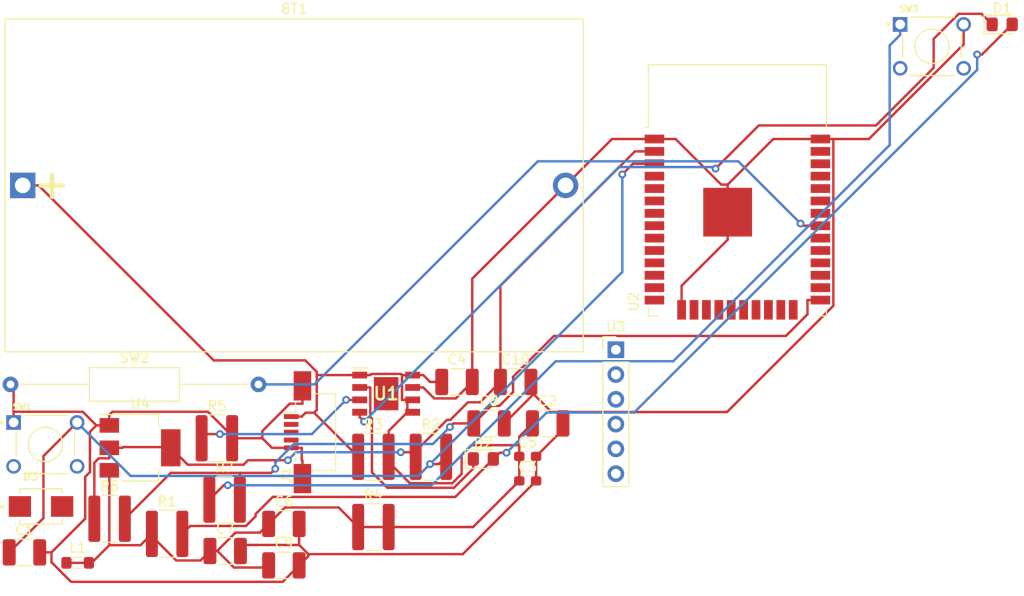
<source format=kicad_pcb>
(kicad_pcb (version 20211014) (generator pcbnew)
  (layers (0 "F.Cu" signal) (31 "B.Cu" signal) (34 "B.Paste" user) (35 "F.Paste" user) (36 "B.SilkS" user "B.Silkscreen") (37 "F.SilkS" user "F.Silkscreen") (38 "B.Mask" user) (39 "F.Mask" user) (44 "Edge.Cuts" user))
  (net 0 "")
  (net 1 "+5V")
  (net 2 "GND")
  (net 3 "/RESET")
  (net 4 "/GPIO0")
  (net 5 "+3V3")
  (net 6 "Net-(D1-Pad1)")
  (net 7 "Net-(D1-Pad2)")
  (net 8 "Net-(D2-Pad1)")
  (net 9 "/D-")
  (net 10 "/D+")
  (net 12 "Net-(R5-Pad1)")
  (net 13 "Net-(R7-Pad1)")
  (net 14 "Net-(SW2-Pad2)")
  (net 42 "RX_D0")
  (net 43 "TX_D0")
  (footprint "Battery:BatteryHolder_Bulgin_BX0036_1xC" (layer "F.Cu") (at 91.44 81.28)
    (fp_text reference "BT1" (at 27.8 -18.1) (layer "F.SilkS"))
    (fp_text value "Battery_Cell")
    (fp_text user "+" (at 3 -0.2) (layer "F.SilkS") (effects (font (size 3 3) (thickness 0.45))))
    (fp_line (start 57.41 -17.06) (end 57.41 17.06) (layer "F.SilkS") (width 0.12))
    (fp_line (start -1.81 -17.06) (end -1.81 17.06) (layer "F.SilkS") (width 0.12))
    (fp_line (start -1.81 17.06) (end 57.41 17.06) (layer "F.SilkS") (width 0.12))
    (fp_line (start -1.81 -17.06) (end 57.41 -17.06) (layer "F.SilkS") (width 0.12))
    (pad "" np_thru_hole circle (at 43.7 0) (size 3.8 3.8) (drill 3.8) (layers *.Cu *.Mask))
    (pad "" np_thru_hole circle (at 11.9 0) (size 3.8 3.8) (drill 3.8) (layers *.Cu *.Mask))
    (pad "1" thru_hole rect (at 0 0) (size 2.6 2.6) (drill 1.6) (layers *.Cu *.Mask) (net 1 "+5V"))
    (pad "2" thru_hole circle (at 55.6 0) (size 2.6 2.6) (drill 1.6) (layers *.Cu *.Mask) (net 2 "GND"))
  )
  (footprint "Connector_PinHeader_2.54mm:PinHeader_1x06_P2.54mm_Vertical" (layer "F.Cu") (at 152.19 98.13)
    (fp_text reference "U3" (at 0 -2.33) (layer "F.SilkS"))
    (fp_text value "FT232")
    (fp_line (start -1.33 0) (end -1.33 -1.33) (layer "F.SilkS") (width 0.12))
    (fp_line (start -1.33 14.03) (end 1.33 14.03) (layer "F.SilkS") (width 0.12))
    (fp_line (start -1.33 -1.33) (end 0 -1.33) (layer "F.SilkS") (width 0.12))
    (fp_line (start -1.33 1.27) (end -1.33 14.03) (layer "F.SilkS") (width 0.12))
    (fp_line (start -1.33 1.27) (end 1.33 1.27) (layer "F.SilkS") (width 0.12))
    (fp_line (start 1.33 1.27) (end 1.33 14.03) (layer "F.SilkS") (width 0.12))
    (pad "1" thru_hole rect (at 0 0) (size 1.7 1.7) (drill 1) (layers *.Cu *.Mask))
    (pad "2" thru_hole oval (at 0 2.54) (size 1.7 1.7) (drill 1) (layers *.Cu *.Mask))
    (pad "3" thru_hole oval (at 0 5.08) (size 1.7 1.7) (drill 1) (layers *.Cu *.Mask))
    (pad "4" thru_hole oval (at 0 7.62) (size 1.7 1.7) (drill 1) (layers *.Cu *.Mask))
    (pad "5" thru_hole oval (at 0 10.16) (size 1.7 1.7) (drill 1) (layers *.Cu *.Mask))
    (pad "6" thru_hole oval (at 0 12.7) (size 1.7 1.7) (drill 1) (layers *.Cu *.Mask))
  )
  (footprint "Resistor_SMD:R_1218_3246Metric_Pad1.22x4.75mm_HandSolder" (layer "F.Cu") (at 100.34 115.45)
    (fp_text reference "R6" (at 0 -3.32) (layer "F.SilkS"))
    (fp_text value "10k")
    (fp_line (start -0.777064 -2.41) (end 0.777064 -2.41) (layer "F.SilkS") (width 0.12))
    (fp_line (start -0.777064 2.41) (end 0.777064 2.41) (layer "F.SilkS") (width 0.12))
    (pad "1" smd roundrect (at -1.5625 0) (size 1.225 4.75) (layers "F.Cu" "F.Paste" "F.Mask") (roundrect_rratio 0.204082) (net 5 "+3V3"))
    (pad "2" smd roundrect (at 1.5625 0) (size 1.225 4.75) (layers "F.Cu" "F.Paste" "F.Mask") (roundrect_rratio 0.204082) (net 4 "/GPIO0"))
  )
  (footprint "Button_1825910-6:SW_1825910-6-4" (layer "F.Cu") (at 93.76 107.83)
    (fp_text reference "SW1" (at -2.3627 -3.844398) (layer "F.SilkS") (effects (font (size 0.630643 0.630643))))
    (fp_text value "SW_Push")
    (fp_line (start 3 -1.15) (end 3 1.15) (layer "F.SilkS") (width 0.127))
    (fp_line (start -2.995 -1.15) (end -2.995 1.15) (layer "F.SilkS") (width 0.127))
    (fp_line (start 2.3 2.995) (end -2.3 2.995) (layer "F.SilkS") (width 0.127))
    (fp_line (start -2.2 -2.995) (end 2.3 -2.995) (layer "F.SilkS") (width 0.127))
    (fp_circle (center 0 0) (end 1.755 0) (layer "F.SilkS") (width 0.127) (fill none))
    (fp_circle (center -4.445 -2.25) (end -4.345 -2.25) (layer "F.SilkS") (width 0.2) (fill none))
    (pad "1" thru_hole rect locked (at -3.25 -2.25) (size 1.498 1.498) (drill 0.99) (layers *.Cu *.Mask) (net 2 "GND"))
    (pad "2" thru_hole circle locked (at 3.25 -2.25) (size 1.498 1.498) (drill 0.99) (layers *.Cu *.Mask) (net 3 "/RESET"))
    (pad "3" thru_hole circle locked (at -3.25 2.25) (size 1.498 1.498) (drill 0.99) (layers *.Cu *.Mask))
    (pad "4" thru_hole circle locked (at 3.25 2.25) (size 1.498 1.498) (drill 0.99) (layers *.Cu *.Mask))
  )
  (footprint "Connector_USB:USB_Mini-B_AdamTech_MUSB-B5-S-VT-TSMT-1_SMD_Vertical" (layer "F.Cu") (at 120.54 106.58)
    (fp_text reference "J1" (at -2.18 4.39 90) (layer "F.SilkS"))
    (fp_text value "USB_B_Mini")
    (fp_line (start 2.95 -3.95) (end 0.65 -3.95) (layer "F.SilkS") (width 0.1))
    (fp_line (start -1.138539 2.064476) (end -1.138539 3.064476) (layer "F.SilkS") (width 0.1))
    (fp_line (start -1.15 -2.05) (end -1.15 -3.05) (layer "F.SilkS") (width 0.1))
    (fp_line (start 0.65 3.95) (end 2.95 3.95) (layer "F.SilkS") (width 0.1))
    (fp_line (start -2.2 -2.05) (end -1.15 -2.05) (layer "F.SilkS") (width 0.1))
    (fp_line (start 2.95 3.95) (end 2.95 -3.95) (layer "F.SilkS") (width 0.1))
    (pad "" np_thru_hole circle (at 1.85 3 90) (size 1 1) (drill 1) (layers *.Cu *.Mask))
    (pad "" np_thru_hole circle (at 1.85 -3 90) (size 1 1) (drill 1) (layers *.Cu *.Mask))
    (pad "1" smd rect (at -1.6 -1.6 90) (size 0.5 1.5) (layers "F.Cu" "F.Paste" "F.Mask") (net 1 "+5V"))
    (pad "2" smd rect (at -1.6 -0.8 90) (size 0.5 1.5) (layers "F.Cu" "F.Paste" "F.Mask") (net 9 "/D-"))
    (pad "3" smd rect (at -1.6 0 90) (size 0.5 1.5) (layers "F.Cu" "F.Paste" "F.Mask") (net 10 "/D+"))
    (pad "4" smd rect (at -1.6 0.8 90) (size 0.5 1.5) (layers "F.Cu" "F.Paste" "F.Mask"))
    (pad "5" smd rect (at -1.6 1.6 90) (size 0.5 1.5) (layers "F.Cu" "F.Paste" "F.Mask") (net 2 "GND"))
    (pad "6" smd rect (at -0.45 -4.75 90) (size 3 1.8) (layers "F.Cu" "F.Paste" "F.Mask") (net 2 "GND"))
    (pad "6" smd rect (at -0.45 4.75 90) (size 3 1.8) (layers "F.Cu" "F.Paste" "F.Mask") (net 2 "GND"))
  )
  (footprint "Button_1825910-6:SW_1825910-6-4" (layer "F.Cu") (at 184.56 67.03)
    (fp_text reference "SW3" (at -2.3627 -3.844398) (layer "F.SilkS") (effects (font (size 0.630643 0.630643))))
    (fp_text value "SW_Push")
    (fp_line (start 3 -1.15) (end 3 1.15) (layer "F.SilkS") (width 0.127))
    (fp_line (start 2.3 2.995) (end -2.3 2.995) (layer "F.SilkS") (width 0.127))
    (fp_line (start -2.2 -2.995) (end 2.3 -2.995) (layer "F.SilkS") (width 0.127))
    (fp_line (start -2.995 -1.15) (end -2.995 1.15) (layer "F.SilkS") (width 0.127))
    (fp_circle (center 0 0) (end 1.755 0) (layer "F.SilkS") (width 0.127) (fill none))
    (fp_circle (center -4.445 -2.25) (end -4.345 -2.25) (layer "F.SilkS") (width 0.2) (fill none))
    (pad "1" thru_hole rect locked (at -3.25 -2.25) (size 1.498 1.498) (drill 0.99) (layers *.Cu *.Mask) (net 13 "Net-(R7-Pad1)"))
    (pad "2" thru_hole circle locked (at 3.25 -2.25) (size 1.498 1.498) (drill 0.99) (layers *.Cu *.Mask) (net 2 "GND"))
    (pad "3" thru_hole circle locked (at -3.25 2.25) (size 1.498 1.498) (drill 0.99) (layers *.Cu *.Mask))
    (pad "4" thru_hole circle locked (at 3.25 2.25) (size 1.498 1.498) (drill 0.99) (layers *.Cu *.Mask))
  )
  (footprint "Package_TO_SOT_SMD:SOT-223-3_TabPin2" (layer "F.Cu") (at 103.46 108.18)
    (fp_text reference "U4" (at 0 -4.5) (layer "F.SilkS"))
    (fp_text value "AMS1117-3.3")
    (fp_line (start -1.85 3.41) (end 1.91 3.41) (layer "F.SilkS") (width 0.12))
    (fp_line (start -4.1 -3.41) (end 1.91 -3.41) (layer "F.SilkS") (width 0.12))
    (fp_line (start 1.91 -3.41) (end 1.91 -2.15) (layer "F.SilkS") (width 0.12))
    (fp_line (start 1.91 3.41) (end 1.91 2.15) (layer "F.SilkS") (width 0.12))
    (pad "1" smd rect (at -3.15 -2.3) (size 2 1.5) (layers "F.Cu" "F.Paste" "F.Mask") (net 2 "GND"))
    (pad "2" smd rect (at 3.15 0) (size 2 3.8) (layers "F.Cu" "F.Paste" "F.Mask") (net 5 "+3V3"))
    (pad "2" smd rect (at -3.15 0) (size 2 1.5) (layers "F.Cu" "F.Paste" "F.Mask") (net 5 "+3V3"))
    (pad "3" smd rect (at -3.15 2.3) (size 2 1.5) (layers "F.Cu" "F.Paste" "F.Mask") (net 1 "+5V"))
  )
  (footprint "Resistor_SMD:R_1218_3246Metric_Pad1.22x4.75mm_HandSolder" (layer "F.Cu") (at 133.25 109.1)
    (fp_text reference "R2" (at 0 -3.32) (layer "F.SilkS"))
    (fp_text value "10k")
    (fp_line (start -0.777064 2.41) (end 0.777064 2.41) (layer "F.SilkS") (width 0.12))
    (fp_line (start -0.777064 -2.41) (end 0.777064 -2.41) (layer "F.SilkS") (width 0.12))
    (pad "1" smd roundrect (at -1.5625 0) (size 1.225 4.75) (layers "F.Cu" "F.Paste" "F.Mask") (roundrect_rratio 0.204082) (net 5 "+3V3"))
    (pad "2" smd roundrect (at 1.5625 0) (size 1.225 4.75) (layers "F.Cu" "F.Paste" "F.Mask") (roundrect_rratio 0.204082) (net 3 "/RESET"))
  )
  (footprint "Capacitor_SMD:C_1210_3225Metric_Pad1.33x2.70mm_HandSolder" (layer "F.Cu") (at 118.19 120.23)
    (fp_text reference "C9" (at 0 -2.3) (layer "F.SilkS"))
    (fp_text value "10u")
    (fp_line (start -0.711252 1.36) (end 0.711252 1.36) (layer "F.SilkS") (width 0.12))
    (fp_line (start -0.711252 -1.36) (end 0.711252 -1.36) (layer "F.SilkS") (width 0.12))
    (pad "1" smd roundrect (at -1.5625 0) (size 1.325 2.7) (layers "F.Cu" "F.Paste" "F.Mask") (roundrect_rratio 0.188679) (net 1 "+5V"))
    (pad "2" smd roundrect (at 1.5625 0) (size 1.325 2.7) (layers "F.Cu" "F.Paste" "F.Mask") (roundrect_rratio 0.188679) (net 2 "GND"))
  )
  (footprint "Capacitor_SMD:C_1210_3225Metric_Pad1.33x2.70mm_HandSolder" (layer "F.Cu") (at 135.92 101.43)
    (fp_text reference "C4" (at 0 -2.3) (layer "F.SilkS"))
    (fp_text value "22u")
    (fp_line (start -0.711252 1.36) (end 0.711252 1.36) (layer "F.SilkS") (width 0.12))
    (fp_line (start -0.711252 -1.36) (end 0.711252 -1.36) (layer "F.SilkS") (width 0.12))
    (pad "1" smd roundrect (at -1.5625 0) (size 1.325 2.7) (layers "F.Cu" "F.Paste" "F.Mask") (roundrect_rratio 0.188679) (net 1 "+5V"))
    (pad "2" smd roundrect (at 1.5625 0) (size 1.325 2.7) (layers "F.Cu" "F.Paste" "F.Mask") (roundrect_rratio 0.188679) (net 2 "GND"))
  )
  (footprint "KiCad:TP5410" (layer "F.Cu") (at 128.665 102.63)
    (fp_text reference "U1" (at 0 0) (layer "F.SilkS") (effects (font (size 1.27 1.27) (thickness 0.254))))
    (fp_text value "Tp5400" hide)
    (fp_line (start -3.475 -2.605) (end -1.95 -2.605) (layer "F.SilkS") (width 0.2))
    (pad "1" smd rect locked (at -2.712 -1.905 90) (size 0.7 1.525) (layers "F.Cu" "F.Paste" "F.Mask") (net 1 "+5V"))
    (pad "2" smd rect locked (at -2.712 -0.635 90) (size 0.7 1.525) (layers "F.Cu" "F.Paste" "F.Mask") (net 8 "Net-(D2-Pad1)"))
    (pad "3" smd rect locked (at -2.712 0.635 90) (size 0.7 1.525) (layers "F.Cu" "F.Paste" "F.Mask") (net 12 "Net-(R5-Pad1)"))
    (pad "4" smd rect locked (at -2.712 1.905 90) (size 0.7 1.525) (layers "F.Cu" "F.Paste" "F.Mask") (net 6 "Net-(D1-Pad1)"))
    (pad "5" smd rect locked (at 2.712 1.905 90) (size 0.7 1.525) (layers "F.Cu" "F.Paste" "F.Mask") (net 1 "+5V"))
    (pad "6" smd rect locked (at 2.712 0.635 90) (size 0.7 1.525) (layers "F.Cu" "F.Paste" "F.Mask") (net 1 "+5V"))
    (pad "7" smd rect locked (at 2.712 -0.635 90) (size 0.7 1.525) (layers "F.Cu" "F.Paste" "F.Mask") (net 2 "GND"))
    (pad "8" smd rect locked (at 2.712 -1.905 90) (size 0.7 1.525) (layers "F.Cu" "F.Paste" "F.Mask") (net 1 "+5V"))
    (pad "9" smd rect locked (at 0 0) (size 2.513 3.402) (layers "F.Cu" "F.Paste" "F.Mask"))
  )
  (footprint "RF_Module:ESP32-WROOM-32" (layer "F.Cu") (at 164.64 84.78)
    (fp_text reference "U2" (at -10.61 8.43 90) (layer "F.SilkS"))
    (fp_text value "ESP32-WROOM-32")
    (fp_line (start -9.12 -15.865) (end 9.12 -15.865) (layer "F.SilkS") (width 0.12))
    (fp_line (start 9.12 9.88) (end 8.12 9.88) (layer "F.SilkS") (width 0.12))
    (fp_line (start 9.12 -15.865) (end 9.12 -9.445) (layer "F.SilkS") (width 0.12))
    (fp_line (start -9.12 -15.865) (end -9.12 -9.445) (layer "F.SilkS") (width 0.12))
    (fp_line (start -9.12 9.1) (end -9.12 9.88) (layer "F.SilkS") (width 0.12))
    (fp_line (start -9.12 -9.445) (end -9.5 -9.445) (layer "F.SilkS") (width 0.12))
    (fp_line (start -9.12 9.88) (end -8.12 9.88) (layer "F.SilkS") (width 0.12))
    (fp_line (start 9.12 9.1) (end 9.12 9.88) (layer "F.SilkS") (width 0.12))
    (pad "1" smd rect (at -8.5 -8.255) (size 2 0.9) (layers "F.Cu" "F.Paste" "F.Mask") (net 2 "GND"))
    (pad "2" smd rect (at -8.5 -6.985) (size 2 0.9) (layers "F.Cu" "F.Paste" "F.Mask") (net 5 "+3V3"))
    (pad "3" smd rect (at -8.5 -5.715) (size 2 0.9) (layers "F.Cu" "F.Paste" "F.Mask") (net 3 "/RESET"))
    (pad "4" smd rect (at -8.5 -4.445) (size 2 0.9) (layers "F.Cu" "F.Paste" "F.Mask"))
    (pad "5" smd rect (at -8.5 -3.175) (size 2 0.9) (layers "F.Cu" "F.Paste" "F.Mask"))
    (pad "6" smd rect (at -8.5 -1.905) (size 2 0.9) (layers "F.Cu" "F.Paste" "F.Mask"))
    (pad "7" smd rect (at -8.5 -0.635) (size 2 0.9) (layers "F.Cu" "F.Paste" "F.Mask"))
    (pad "8" smd rect (at -8.5 0.635) (size 2 0.9) (layers "F.Cu" "F.Paste" "F.Mask"))
    (pad "9" smd rect (at -8.5 1.905) (size 2 0.9) (layers "F.Cu" "F.Paste" "F.Mask"))
    (pad "10" smd rect (at -8.5 3.175) (size 2 0.9) (layers "F.Cu" "F.Paste" "F.Mask"))
    (pad "11" smd rect (at -8.5 4.445) (size 2 0.9) (layers "F.Cu" "F.Paste" "F.Mask"))
    (pad "12" smd rect (at -8.5 5.715) (size 2 0.9) (layers "F.Cu" "F.Paste" "F.Mask"))
    (pad "13" smd rect (at -8.5 6.985) (size 2 0.9) (layers "F.Cu" "F.Paste" "F.Mask"))
    (pad "14" smd rect (at -8.5 8.255) (size 2 0.9) (layers "F.Cu" "F.Paste" "F.Mask"))
    (pad "15" smd rect (at -5.715 9.255 90) (size 2 0.9) (layers "F.Cu" "F.Paste" "F.Mask") (net 2 "GND"))
    (pad "16" smd rect (at -4.445 9.255 90) (size 2 0.9) (layers "F.Cu" "F.Paste" "F.Mask"))
    (pad "17" smd rect (at -3.175 9.255 90) (size 2 0.9) (layers "F.Cu" "F.Paste" "F.Mask"))
    (pad "18" smd rect (at -1.905 9.255 90) (size 2 0.9) (layers "F.Cu" "F.Paste" "F.Mask"))
    (pad "19" smd rect (at -0.635 9.255 90) (size 2 0.9) (layers "F.Cu" "F.Paste" "F.Mask"))
    (pad "20" smd rect (at 0.635 9.255 90) (size 2 0.9) (layers "F.Cu" "F.Paste" "F.Mask"))
    (pad "21" smd rect (at 1.905 9.255 90) (size 2 0.9) (layers "F.Cu" "F.Paste" "F.Mask"))
    (pad "22" smd rect (at 3.175 9.255 90) (size 2 0.9) (layers "F.Cu" "F.Paste" "F.Mask"))
    (pad "23" smd rect (at 4.445 9.255 90) (size 2 0.9) (layers "F.Cu" "F.Paste" "F.Mask"))
    (pad "24" smd rect (at 5.715 9.255 90) (size 2 0.9) (layers "F.Cu" "F.Paste" "F.Mask"))
    (pad "25" smd rect (at 8.5 8.255) (size 2 0.9) (layers "F.Cu" "F.Paste" "F.Mask") (net 4 "/GPIO0"))
    (pad "26" smd rect (at 8.5 6.985) (size 2 0.9) (layers "F.Cu" "F.Paste" "F.Mask"))
    (pad "27" smd rect (at 8.5 5.715) (size 2 0.9) (layers "F.Cu" "F.Paste" "F.Mask"))
    (pad "28" smd rect (at 8.5 4.445) (size 2 0.9) (layers "F.Cu" "F.Paste" "F.Mask"))
    (pad "29" smd rect (at 8.5 3.175) (size 2 0.9) (layers "F.Cu" "F.Paste" "F.Mask"))
    (pad "30" smd rect (at 8.5 1.905) (size 2 0.9) (layers "F.Cu" "F.Paste" "F.Mask"))
    (pad "31" smd rect (at 8.5 0.635) (size 2 0.9) (layers "F.Cu" "F.Paste" "F.Mask") (net 14 "Net-(SW2-Pad2)"))
    (pad "32" smd rect (at 8.5 -0.635) (size 2 0.9) (layers "F.Cu" "F.Paste" "F.Mask"))
    (pad "33" smd rect (at 8.5 -1.905) (size 2 0.9) (layers "F.Cu" "F.Paste" "F.Mask"))
    (pad "34" smd rect (at 8.5 -3.175) (size 2 0.9) (layers "F.Cu" "F.Paste" "F.Mask") (net 42 "RX_D0"))
    (pad "35" smd rect (at 8.5 -4.445) (size 2 0.9) (layers "F.Cu" "F.Paste" "F.Mask") (net 43 "TX_D0"))
    (pad "36" smd rect (at 8.5 -5.715) (size 2 0.9) (layers "F.Cu" "F.Paste" "F.Mask"))
    (pad "37" smd rect (at 8.5 -6.985) (size 2 0.9) (layers "F.Cu" "F.Paste" "F.Mask"))
    (pad "38" smd rect (at 8.5 -8.255) (size 2 0.9) (layers "F.Cu" "F.Paste" "F.Mask") (net 2 "GND"))
    (pad "39" smd rect (at -1 -0.755) (size 5 5) (layers "F.Cu" "F.Paste" "F.Mask") (net 2 "GND"))
  )
  (footprint "LED_SMD:LED_0805_2012Metric_Pad1.15x1.40mm_HandSolder" (layer "F.Cu") (at 191.755 64.775)
    (fp_text reference "D1" (at 0 -1.65) (layer "F.SilkS"))
    (fp_text value "Green")
    (fp_line (start 1 -0.96) (end -1.86 -0.96) (layer "F.SilkS") (width 0.12))
    (fp_line (start -1.86 -0.96) (end -1.86 0.96) (layer "F.SilkS") (width 0.12))
    (fp_line (start -1.86 0.96) (end 1 0.96) (layer "F.SilkS") (width 0.12))
    (pad "1" smd roundrect (at -1.025 0) (size 1.15 1.4) (layers "F.Cu" "F.Paste" "F.Mask") (roundrect_rratio 0.217391) (net 6 "Net-(D1-Pad1)"))
    (pad "2" smd roundrect (at 1.025 0) (size 1.15 1.4) (layers "F.Cu" "F.Paste" "F.Mask") (roundrect_rratio 0.217391) (net 7 "Net-(D1-Pad2)"))
  )
  (footprint "Capacitor_SMD:C_0603_1608Metric_Pad1.08x0.95mm_HandSolder" (layer "F.Cu") (at 143.16 109.06)
    (fp_text reference "C5" (at 0 -1.43) (layer "F.SilkS"))
    (fp_text value "0.1u")
    (fp_line (start -0.146267 -0.51) (end 0.146267 -0.51) (layer "F.SilkS") (width 0.12))
    (fp_line (start -0.146267 0.51) (end 0.146267 0.51) (layer "F.SilkS") (width 0.12))
    (pad "1" smd roundrect (at -0.8625 0) (size 1.075 0.95) (layers "F.Cu" "F.Paste" "F.Mask") (net 1 "+5V"))
    (pad "2" smd roundrect (at 0.8625 0) (size 1.075 0.95) (layers "F.Cu" "F.Paste" "F.Mask") (net 2 "GND"))
  )
  (footprint "Capacitor_SMD:C_1210_3225Metric_Pad1.33x2.70mm_HandSolder" (layer "F.Cu") (at 139.2 105.68)
    (fp_text reference "C8" (at 0 -2.3) (layer "F.SilkS"))
    (fp_text value "100n")
    (fp_line (start -0.711252 1.36) (end 0.711252 1.36) (layer "F.SilkS") (width 0.12))
    (fp_line (start -0.711252 -1.36) (end 0.711252 -1.36) (layer "F.SilkS") (width 0.12))
    (pad "1" smd roundrect (at -1.5625 0) (size 1.325 2.7) (layers "F.Cu" "F.Paste" "F.Mask") (roundrect_rratio 0.188679) (net 4 "/GPIO0"))
    (pad "2" smd roundrect (at 1.5625 0) (size 1.325 2.7) (layers "F.Cu" "F.Paste" "F.Mask") (roundrect_rratio 0.188679) (net 2 "GND"))
  )
  (footprint "Resistor_SMD:R_1218_3246Metric_Pad1.22x4.75mm_HandSolder" (layer "F.Cu") (at 111.33 107.2)
    (fp_text reference "R5" (at 0 -3.32) (layer "F.SilkS"))
    (fp_text value "1.1k")
    (fp_line (start -0.777064 2.41) (end 0.777064 2.41) (layer "F.SilkS") (width 0.12))
    (fp_line (start -0.777064 -2.41) (end 0.777064 -2.41) (layer "F.SilkS") (width 0.12))
    (pad "1" smd roundrect (at -1.5625 0) (size 1.225 4.75) (layers "F.Cu" "F.Paste" "F.Mask") (roundrect_rratio 0.204082) (net 12 "Net-(R5-Pad1)"))
    (pad "2" smd roundrect (at 1.5625 0) (size 1.225 4.75) (layers "F.Cu" "F.Paste" "F.Mask") (roundrect_rratio 0.204082) (net 2 "GND"))
  )
  (footprint "SMBJ5383B:SMBJ5383B" (layer "F.Cu") (at 93.315 114.1925)
    (fp_text reference "D3" (at -1.055 -3.0625) (layer "F.SilkS") (effects (font (size 0.787402 0.787402))))
    (fp_text value "DIOM4336X265N")
    (fp_line (start -2.1625 1.8125) (end 2.1625 1.8125) (layer "F.SilkS") (width 0.127))
    (fp_line (start 2.1625 -1.8125) (end -2.1625 -1.8125) (layer "F.SilkS") (width 0.127))
    (fp_line (start -2.1625 -1.8125) (end -2.1625 -1.38) (layer "F.SilkS") (width 0.127))
    (fp_line (start -2.1625 1.8125) (end -2.1625 1.38) (layer "F.SilkS") (width 0.127))
    (fp_line (start 2.1625 -1.38) (end 2.1625 -1.8125) (layer "F.SilkS") (width 0.127))
    (fp_line (start 2.1625 1.8125) (end 2.1625 1.38) (layer "F.SilkS") (width 0.127))
    (fp_circle (center -4 0) (end -3.9 0) (layer "F.SilkS") (width 0.2) (fill none))
    (pad "A" smd rect locked (at 2.165 0) (size 2.28 2.12) (layers "F.Cu" "F.Paste" "F.Mask"))
    (pad "C" smd rect locked (at -2.165 0) (size 2.28 2.12) (layers "F.Cu" "F.Paste" "F.Mask"))
  )
  (footprint "LED_SMD:LED_0805_2012Metric_Pad1.15x1.40mm_HandSolder" (layer "F.Cu") (at 138.615 109.325)
    (fp_text reference "D2" (at 0 -1.65) (layer "F.SilkS"))
    (fp_text value "Red")
    (fp_line (start -1.86 0.96) (end 1 0.96) (layer "F.SilkS") (width 0.12))
    (fp_line (start -1.86 -0.96) (end -1.86 0.96) (layer "F.SilkS") (width 0.12))
    (fp_line (start 1 -0.96) (end -1.86 -0.96) (layer "F.SilkS") (width 0.12))
    (pad "1" smd roundrect (at -1.025 0) (size 1.15 1.4) (layers "F.Cu" "F.Paste" "F.Mask") (roundrect_rratio 0.217391) (net 8 "Net-(D2-Pad1)"))
    (pad "2" smd roundrect (at 1.025 0) (size 1.15 1.4) (layers "F.Cu" "F.Paste" "F.Mask") (roundrect_rratio 0.217391) (net 7 "Net-(D1-Pad2)"))
  )
  (footprint "Resistor_SMD:R_1218_3246Metric_Pad1.22x4.75mm_HandSolder" (layer "F.Cu") (at 112.12 113.49)
    (fp_text reference "R7" (at 0 -3.32) (layer "F.SilkS"))
    (fp_text value "470")
    (fp_line (start -0.777064 2.41) (end 0.777064 2.41) (layer "F.SilkS") (width 0.12))
    (fp_line (start -0.777064 -2.41) (end 0.777064 -2.41) (layer "F.SilkS") (width 0.12))
    (pad "1" smd roundrect (at -1.5625 0) (size 1.225 4.75) (layers "F.Cu" "F.Paste" "F.Mask") (roundrect_rratio 0.204082) (net 13 "Net-(R7-Pad1)"))
    (pad "2" smd roundrect (at 1.5625 0) (size 1.225 4.75) (layers "F.Cu" "F.Paste" "F.Mask") (roundrect_rratio 0.204082) (net 4 "/GPIO0"))
  )
  (footprint "Resistor_SMD:R_1218_3246Metric_Pad1.22x4.75mm_HandSolder" (layer "F.Cu") (at 127.36 109.1)
    (fp_text reference "R3" (at 0 -3.32) (layer "F.SilkS"))
    (fp_text value "1")
    (fp_line (start -0.777064 -2.41) (end 0.777064 -2.41) (layer "F.SilkS") (width 0.12))
    (fp_line (start -0.777064 2.41) (end 0.777064 2.41) (layer "F.SilkS") (width 0.12))
    (pad "1" smd roundrect (at -1.5625 0) (size 1.225 4.75) (layers "F.Cu" "F.Paste" "F.Mask") (roundrect_rratio 0.204082) (net 1 "+5V"))
    (pad "2" smd roundrect (at 1.5625 0) (size 1.225 4.75) (layers "F.Cu" "F.Paste" "F.Mask") (roundrect_rratio 0.204082) (net 1 "+5V"))
  )
  (footprint "Capacitor_SMD:C_0603_1608Metric_Pad1.08x0.95mm_HandSolder" (layer "F.Cu") (at 143.16 111.57)
    (fp_text reference "C3" (at 0 -1.43) (layer "F.SilkS"))
    (fp_text value "0.1u")
    (fp_line (start -0.146267 0.51) (end 0.146267 0.51) (layer "F.SilkS") (width 0.12))
    (fp_line (start -0.146267 -0.51) (end 0.146267 -0.51) (layer "F.SilkS") (width 0.12))
    (pad "1" smd roundrect (at -0.8625 0) (size 1.075 0.95) (layers "F.Cu" "F.Paste" "F.Mask") (net 1 "+5V"))
    (pad "2" smd roundrect (at 0.8625 0) (size 1.075 0.95) (layers "F.Cu" "F.Paste" "F.Mask") (net 2 "GND"))
  )
  (footprint "Capacitor_SMD:C_1210_3225Metric_Pad1.33x2.70mm_HandSolder" (layer "F.Cu") (at 141.93 101.43)
    (fp_text reference "C10" (at 0 -2.3) (layer "F.SilkS"))
    (fp_text value "10u")
    (fp_line (start -0.711252 -1.36) (end 0.711252 -1.36) (layer "F.SilkS") (width 0.12))
    (fp_line (start -0.711252 1.36) (end 0.711252 1.36) (layer "F.SilkS") (width 0.12))
    (pad "1" smd roundrect (at -1.5625 0) (size 1.325 2.7) (layers "F.Cu" "F.Paste" "F.Mask") (roundrect_rratio 0.188679) (net 5 "+3V3"))
    (pad "2" smd roundrect (at 1.5625 0) (size 1.325 2.7) (layers "F.Cu" "F.Paste" "F.Mask") (roundrect_rratio 0.188679) (net 2 "GND"))
  )
  (footprint "Resistor_THT:R_Axial_DIN0309_L9.0mm_D3.2mm_P25.40mm_Horizontal" (layer "F.Cu") (at 90.19 101.68)
    (fp_text reference "SW2" (at 12.7 -2.72) (layer "F.SilkS"))
    (fp_text value "SW_Reed")
    (fp_line (start 1.04 0) (end 8.08 0) (layer "F.SilkS") (width 0.12))
    (fp_line (start 17.32 -1.72) (end 8.08 -1.72) (layer "F.SilkS") (width 0.12))
    (fp_line (start 8.08 -1.72) (end 8.08 1.72) (layer "F.SilkS") (width 0.12))
    (fp_line (start 8.08 1.72) (end 17.32 1.72) (layer "F.SilkS") (width 0.12))
    (fp_line (start 17.32 1.72) (end 17.32 -1.72) (layer "F.SilkS") (width 0.12))
    (fp_line (start 24.36 0) (end 17.32 0) (layer "F.SilkS") (width 0.12))
    (pad "1" thru_hole circle (at 0 0) (size 1.6 1.6) (drill 0.8) (layers *.Cu *.Mask) (net 2 "GND"))
    (pad "2" thru_hole oval (at 25.4 0) (size 1.6 1.6) (drill 0.8) (layers *.Cu *.Mask) (net 14 "Net-(SW2-Pad2)"))
  )
  (footprint "Inductor_SMD:L_0805_2012Metric_Pad1.05x1.20mm_HandSolder" (layer "F.Cu") (at 97.07 119.97)
    (fp_text reference "L1" (at 0 -1.55) (layer "F.SilkS"))
    (fp_text value "10u")
    (fp_line (start -0.410242 0.56) (end 0.410242 0.56) (layer "F.SilkS") (width 0.12))
    (fp_line (start -0.410242 -0.56) (end 0.410242 -0.56) (layer "F.SilkS") (width 0.12))
    (pad "1" smd roundrect (at -1.15 0) (size 1.05 1.2) (layers "F.Cu" "F.Paste" "F.Mask") (roundrect_rratio 0.238095) (net 1 "+5V"))
    (pad "2" smd roundrect (at 1.15 0) (size 1.05 1.2) (layers "F.Cu" "F.Paste" "F.Mask") (roundrect_rratio 0.238095) (net 1 "+5V"))
  )
  (footprint "Resistor_SMD:R_1218_3246Metric_Pad1.22x4.75mm_HandSolder" (layer "F.Cu") (at 106.23 117)
    (fp_text reference "R1" (at 0 -3.32) (layer "F.SilkS"))
    (fp_text value "1k")
    (fp_line (start -0.777064 2.41) (end 0.777064 2.41) (layer "F.SilkS") (width 0.12))
    (fp_line (start -0.777064 -2.41) (end 0.777064 -2.41) (layer "F.SilkS") (width 0.12))
    (pad "1" smd roundrect (at -1.5625 0) (size 1.225 4.75) (layers "F.Cu" "F.Paste" "F.Mask") (roundrect_rratio 0.204082) (net 1 "+5V"))
    (pad "2" smd roundrect (at 1.5625 0) (size 1.225 4.75) (layers "F.Cu" "F.Paste" "F.Mask") (roundrect_rratio 0.204082) (net 7 "Net-(D1-Pad2)"))
  )
  (footprint "Capacitor_SMD:C_1210_3225Metric_Pad1.33x2.70mm_HandSolder" (layer "F.Cu") (at 118.19 115.98)
    (fp_text reference "C6" (at 0 -2.3) (layer "F.SilkS"))
    (fp_text value "22u")
    (fp_line (start -0.711252 -1.36) (end 0.711252 -1.36) (layer "F.SilkS") (width 0.12))
    (fp_line (start -0.711252 1.36) (end 0.711252 1.36) (layer "F.SilkS") (width 0.12))
    (pad "1" smd roundrect (at -1.5625 0) (size 1.325 2.7) (layers "F.Cu" "F.Paste" "F.Mask") (roundrect_rratio 0.188679) (net 1 "+5V"))
    (pad "2" smd roundrect (at 1.5625 0) (size 1.325 2.7) (layers "F.Cu" "F.Paste" "F.Mask") (roundrect_rratio 0.188679) (net 2 "GND"))
  )
  (footprint "Resistor_SMD:R_1218_3246Metric_Pad1.22x4.75mm_HandSolder" (layer "F.Cu") (at 127.36 116.3)
    (fp_text reference "R4" (at 0 -3.32) (layer "F.SilkS"))
    (fp_text value "1")
    (fp_line (start -0.777064 -2.41) (end 0.777064 -2.41) (layer "F.SilkS") (width 0.12))
    (fp_line (start -0.777064 2.41) (end 0.777064 2.41) (layer "F.SilkS") (width 0.12))
    (pad "1" smd roundrect (at -1.5625 0) (size 1.225 4.75) (layers "F.Cu" "F.Paste" "F.Mask") (roundrect_rratio 0.204082) (net 1 "+5V"))
    (pad "2" smd roundrect (at 1.5625 0) (size 1.225 4.75) (layers "F.Cu" "F.Paste" "F.Mask") (roundrect_rratio 0.204082) (net 1 "+5V"))
  )
  (footprint "Capacitor_SMD:C_1210_3225Metric_Pad1.33x2.70mm_HandSolder" (layer "F.Cu") (at 91.62 118.9)
    (fp_text reference "C1" (at 0 -2.3) (layer "F.SilkS"))
    (fp_text value "100n")
    (fp_line (start -0.711252 -1.36) (end 0.711252 -1.36) (layer "F.SilkS") (width 0.12))
    (fp_line (start -0.711252 1.36) (end 0.711252 1.36) (layer "F.SilkS") (width 0.12))
    (pad "1" smd roundrect (at -1.5625 0) (size 1.325 2.7) (layers "F.Cu" "F.Paste" "F.Mask") (roundrect_rratio 0.188679) (net 3 "/RESET"))
    (pad "2" smd roundrect (at 1.5625 0) (size 1.325 2.7) (layers "F.Cu" "F.Paste" "F.Mask") (roundrect_rratio 0.188679) (net 2 "GND"))
  )
  (footprint "Capacitor_SMD:C_1210_3225Metric_Pad1.33x2.70mm_HandSolder" (layer "F.Cu") (at 145.21 105.68)
    (fp_text reference "C2" (at 0 -2.3) (layer "F.SilkS"))
    (fp_text value "10u")
    (fp_line (start -0.711252 1.36) (end 0.711252 1.36) (layer "F.SilkS") (width 0.12))
    (fp_line (start -0.711252 -1.36) (end 0.711252 -1.36) (layer "F.SilkS") (width 0.12))
    (pad "1" smd roundrect (at -1.5625 0) (size 1.325 2.7) (layers "F.Cu" "F.Paste" "F.Mask") (roundrect_rratio 0.188679) (net 1 "+5V"))
    (pad "2" smd roundrect (at 1.5625 0) (size 1.325 2.7) (layers "F.Cu" "F.Paste" "F.Mask") (roundrect_rratio 0.188679) (net 2 "GND"))
  )
  (footprint "Capacitor_SMD:C_1210_3225Metric_Pad1.33x2.70mm_HandSolder" (layer "F.Cu") (at 112.18 118.76)
    (fp_text reference "C7" (at 0 -2.3) (layer "F.SilkS"))
    (fp_text value "47u")
    (fp_line (start -0.711252 -1.36) (end 0.711252 -1.36) (layer "F.SilkS") (width 0.12))
    (fp_line (start -0.711252 1.36) (end 0.711252 1.36) (layer "F.SilkS") (width 0.12))
    (pad "1" smd roundrect (at -1.5625 0) (size 1.325 2.7) (layers "F.Cu" "F.Paste" "F.Mask") (roundrect_rratio 0.188679) (net 1 "+5V"))
    (pad "2" smd roundrect (at 1.5625 0) (size 1.325 2.7) (layers "F.Cu" "F.Paste" "F.Mask") (roundrect_rratio 0.188679) (net 2 "GND"))
  )
  (segment (start 130.1678 100.6036) (end 130.2892 100.725) (width 0.25) (layer "F.Cu") (net 1))
  (segment (start 127.0408 100.725) (end 127.1622 100.6036) (width 0.25) (layer "F.Cu") (net 1))
  (segment (start 107.1641 119.7281) (end 104.5518 117.1157) (width 0.25) (layer "F.Cu") (net 1))
  (segment (start 120.0153 104.98) (end 120.4153 104.58) (width 0.25) (layer "F.Cu") (net 1))
  (segment (start 137.5675 116.3) (end 142.2975 111.57) (width 0.25) (layer "F.Cu") (net 1))
  (segment (start 116.6275 115.98) (end 118.3116 114.2959) (width 0.25) (layer "F.Cu") (net 1))
  (segment (start 130.2892 100.725) (end 130.2892 103.265) (width 0.25) (layer "F.Cu") (net 1))
  (segment (start 98.22 119.97) (end 98.5022 119.97) (width 0.25) (layer "F.Cu") (net 1))
  (segment (start 136.3949 108.9007) (end 136.3949 110.8497) (width 0.25) (layer "F.Cu") (net 1))
  (segment (start 113.0764 120.4502) (end 116.4073 120.4502) (width 0.25) (layer "F.Cu") (net 1))
  (segment (start 125.953 100.725) (end 127.0408 100.725) (width 0.25) (layer "F.Cu") (net 1))
  (segment (start 115.7348 116.8727) (end 116.6275 115.98) (width 0.25) (layer "F.Cu") (net 1))
  (segment (start 109.6494 119.7281) (end 107.1641 119.7281) (width 0.25) (layer "F.Cu") (net 1))
  (segment (start 111.0019 99.2166) (end 120.3802 99.2166) (width 0.25) (layer "F.Cu") (net 1))
  (segment (start 137.3844 107.9112) (end 136.3949 108.9007) (width 0.25) (layer "F.Cu") (net 1))
  (segment (start 100.31 110.48) (end 100.31 111.5553) (width 0.25) (layer "F.Cu") (net 1))
  (segment (start 127.1622 100.6036) (end 130.1678 100.6036) (width 0.25) (layer "F.Cu") (net 1))
  (segment (start 93.0653 81.28) (end 111.0019 99.2166) (width 0.25) (layer "F.Cu") (net 1))
  (segment (start 142.2975 107.9112) (end 137.3844 107.9112) (width 0.25) (layer "F.Cu") (net 1))
  (segment (start 104.5518 117.1157) (end 104.6675 117) (width 0.25) (layer "F.Cu") (net 1))
  (segment (start 111.3644 118.7381) (end 111.3425 118.76) (width 0.25) (layer "F.Cu") (net 1))
  (segment (start 131.377 100.725) (end 130.2892 100.725) (width 0.25) (layer "F.Cu") (net 1))
  (segment (start 132.4648 100.725) (end 133.1698 101.43) (width 0.25) (layer "F.Cu") (net 1))
  (segment (start 121.5587 100.725) (end 124.8652 100.725) (width 0.25) (layer "F.Cu") (net 1))
  (segment (start 128.9225 109.1) (end 128.9225 106.4456) (width 0.25) (layer "F.Cu") (net 1))
  (segment (start 100.31 118.1622) (end 100.31 111.5553) (width 0.25) (layer "F.Cu") (net 1))
  (segment (start 91.44 81.28) (end 93.0653 81.28) (width 0.25) (layer "F.Cu") (net 1))
  (segment (start 118.3116 114.2959) (end 123.7934 114.2959) (width 0.25) (layer "F.Cu") (net 1))
  (segment (start 135.4329 111.8117) (end 131.0968 111.8117) (width 0.25) (layer "F.Cu") (net 1))
  (segment (start 128.9225 106.4456) (end 130.8331 104.535) (width 0.25) (layer "F.Cu") (net 1))
  (segment (start 131.0968 111.8117) (end 128.9225 109.6374) (width 0.25) (layer "F.Cu") (net 1))
  (segment (start 133.1698 101.43) (end 134.3575 101.43) (width 0.25) (layer "F.Cu") (net 1))
  (segment (start 121.5587 104.2988) (end 121.2775 104.58) (width 0.25) (layer "F.Cu") (net 1))
  (segment (start 111.3425 118.76) (end 110.6175 118.76) (width 0.25) (layer "F.Cu") (net 1))
  (segment (start 125.7975 116.3) (end 128.9225 116.3) (width 0.25) (layer "F.Cu") (net 1))
  (segment (start 120.3802 99.2166) (end 121.5587 100.3951) (width 0.25) (layer "F.Cu") (net 1))
  (segment (start 142.2975 107.9112) (end 142.2975 107.03) (width 0.25) (layer "F.Cu") (net 1))
  (segment (start 131.377 100.725) (end 132.4648 100.725) (width 0.25) (layer "F.Cu") (net 1))
  (segment (start 121.2775 104.58) (end 125.7975 109.1) (width 0.25) (layer "F.Cu") (net 1))
  (segment (start 142.2975 109.06) (end 142.2975 107.9112) (width 0.25) (layer "F.Cu") (net 1))
  (segment (start 98.5022 119.97) (end 100.31 118.1622) (width 0.25) (layer "F.Cu") (net 1))
  (segment (start 100.31 118.1622) (end 103.5053 118.1622) (width 0.25) (layer "F.Cu") (net 1))
  (segment (start 111.3644 118.7381) (end 113.0764 120.4502) (width 0.25) (layer "F.Cu") (net 1))
  (segment (start 123.7934 114.2959) (end 125.7975 116.3) (width 0.25) (layer "F.Cu") (net 1))
  (segment (start 118.94 104.98) (end 120.0153 104.98) (width 0.25) (layer "F.Cu") (net 1))
  (segment (start 131.377 104.535) (end 130.8331 104.535) (width 0.25) (layer "F.Cu") (net 1))
  (segment (start 125.953 100.725) (end 124.8652 100.725) (width 0.25) (layer "F.Cu") (net 1))
  (segment (start 142.2975 107.03) (end 143.6475 105.68) (width 0.25) (layer "F.Cu") (net 1))
  (segment (start 111.3644 118.7381) (end 113.2298 116.8727) (width 0.25) (layer "F.Cu") (net 1))
  (segment (start 95.92 119.97) (end 98.22 119.97) (width 0.25) (layer "F.Cu") (net 1))
  (segment (start 110.6175 118.76) (end 109.6494 119.7281) (width 0.25) (layer "F.Cu") (net 1))
  (segment (start 128.9225 109.6374) (end 128.9225 109.1) (width 0.25) (layer "F.Cu") (net 1))
  (segment (start 130.8331 103.265) (end 130.2892 103.265) (width 0.25) (layer "F.Cu") (net 1))
  (segment (start 130.8331 103.265) (end 130.8331 104.535) (width 0.25) (layer "F.Cu") (net 1))
  (segment (start 142.2975 111.57) (end 142.2975 109.06) (width 0.25) (layer "F.Cu") (net 1))
  (segment (start 128.9225 116.3) (end 137.5675 116.3) (width 0.25) (layer "F.Cu") (net 1))
  (segment (start 113.2298 116.8727) (end 115.7348 116.8727) (width 0.25) (layer "F.Cu") (net 1))
  (segment (start 116.4073 120.4502) (end 116.6275 120.23) (width 0.25) (layer "F.Cu") (net 1))
  (segment (start 120.4153 104.58) (end 121.2775 104.58) (width 0.25) (layer "F.Cu") (net 1))
  (segment (start 121.5587 100.725) (end 121.5587 104.2988) (width 0.25) (layer "F.Cu") (net 1))
  (segment (start 131.377 103.265) (end 130.8331 103.265) (width 0.25) (layer "F.Cu") (net 1))
  (segment (start 121.5587 100.3951) (end 121.5587 100.725) (width 0.25) (layer "F.Cu") (net 1))
  (segment (start 103.5053 118.1622) (end 104.5518 117.1157) (width 0.25) (layer "F.Cu") (net 1))
  (segment (start 136.3949 110.8497) (end 135.4329 111.8117) (width 0.25) (layer "F.Cu") (net 1))
  (segment (start 143.4925 102.4) (end 143.7675 102.675) (width 0.25) (layer "F.Cu") (net 2))
  (segment (start 174.4653 76.525) (end 178.1053 76.525) (width 0.25) (layer "F.Cu") (net 2))
  (segment (start 90.51 104.4863) (end 90.51 105.58) (width 0.25) (layer "F.Cu") (net 2))
  (segment (start 100.31 105.88) (end 98.9847 105.88) (width 0.25) (layer "F.Cu") (net 2))
  (segment (start 112.8925 106.968) (end 112.8925 107.2) (width 0.25) (layer "F.Cu") (net 2))
  (segment (start 115.9812 107.2) (end 116.9612 108.18) (width 0.25) (layer "F.Cu") (net 2))
  (segment (start 163.5707 104.5144) (end 174.4653 93.6198) (width 0.25) (layer "F.Cu") (net 2))
  (segment (start 94.3855 118.9) (end 97.8386 115.4469) (width 0.25) (layer "F.Cu") (net 2))
  (segment (start 156.14 76.525) (end 158.3081 76.525) (width 0.25) (layer "F.Cu") (net 2))
  (segment (start 136.5122 119.0803) (end 120.6963 119.0803) (width 0.25) (layer "F.Cu") (net 2))
  (segment (start 120.09 111.33) (end 120.09 109.5047) (width 0.25) (layer "F.Cu") (net 2))
  (segment (start 143.7675 102.675) (end 145.6069 104.5144) (width 0.25) (layer "F.Cu") (net 2))
  (segment (start 144.0225 111.57) (end 136.5122 119.0803) (width 0.25) (layer "F.Cu") (net 2))
  (segment (start 98.3271 106.5376) (end 98.9847 105.88) (width 0.25) (layer "F.Cu") (net 2))
  (segment (start 163.64 84.025) (end 163.64 86.8503) (width 0.25) (layer "F.Cu") (net 2))
  (segment (start 144.0225 111.57) (end 144.0225 109.06) (width 0.25) (layer "F.Cu") (net 2))
  (segment (start 97.8386 111.1544) (end 98.3271 110.6659) (width 0.25) (layer "F.Cu") (net 2))
  (segment (start 116.9612 108.18) (end 118.94 108.18) (width 0.25) (layer "F.Cu") (net 2))
  (segment (start 100.6296 104.4851) (end 110.4096 104.4851) (width 0.25) (layer "F.Cu") (net 2))
  (segment (start 132.4648 101.995) (end 133.5854 103.1156) (width 0.25) (layer "F.Cu") (net 2))
  (segment (start 147.04 81.28) (end 137.4825 90.8375) (width 0.25) (layer "F.Cu") (net 2))
  (segment (start 163.64 81.1997) (end 168.3147 76.525) (width 0.25) (layer "F.Cu") (net 2))
  (segment (start 146.7725 104.5144) (end 163.5707 104.5144) (width 0.25) (layer "F.Cu") (net 2))
  (segment (start 120.09 101.83) (end 120.09 103.6553) (width 0.25) (layer "F.Cu") (net 2))
  (segment (start 163.64 86.8503) (end 158.925 91.5653) (width 0.25) (layer "F.Cu") (net 2))
  (segment (start 115.9812 106.4637) (end 118.7896 103.6553) (width 0.25) (layer "F.Cu") (net 2))
  (segment (start 119.7525 118.1365) (end 119.7525 115.98) (width 0.25) (layer "F.Cu") (net 2))
  (segment (start 113.7425 118.76) (end 114.366 118.1365) (width 0.25) (layer "F.Cu") (net 2))
  (segment (start 133.5854 103.1156) (end 135.7969 103.1156) (width 0.25) (layer "F.Cu") (net 2))
  (segment (start 120.6963 119.0803) (end 119.7525 118.1365) (width 0.25) (layer "F.Cu") (net 2))
  (segment (start 110.4096 104.4851) (end 112.8925 106.968) (width 0.25) (layer "F.Cu") (net 2))
  (segment (start 96.3942 121.9169) (end 118.0656 121.9169) (width 0.25) (layer "F.Cu") (net 2))
  (segment (start 94.3855 118.9) (end 94.3855 119.9082) (width 0.25) (layer "F.Cu") (net 2))
  (segment (start 98.9847 105.88) (end 97.591 104.4863) (width 0.25) (layer "F.Cu") (net 2))
  (segment (start 147.04 81.28) (end 151.795 76.525) (width 0.25) (layer "F.Cu") (net 2))
  (segment (start 90.51 102) (end 90.51 104.4863) (width 0.25) (layer "F.Cu") (net 2))
  (segment (start 118.7896 103.6553) (end 120.09 103.6553) (width 0.25) (layer "F.Cu") (net 2))
  (segment (start 120.6963 119.2862) (end 120.6963 119.0803) (width 0.25) (layer "F.Cu") (net 2))
  (segment (start 112.8925 107.2) (end 115.9812 107.2) (width 0.25) (layer "F.Cu") (net 2))
  (segment (start 120.0153 108.18) (end 120.0153 109.43) (width 0.25) (layer "F.Cu") (net 2))
  (segment (start 143.4925 101.43) (end 143.4925 102.4) (width 0.25) (layer "F.Cu") (net 2))
  (segment (start 115.9812 107.2) (end 115.9812 106.4637) (width 0.25) (layer "F.Cu") (net 2))
  (segment (start 119.7525 120.23) (end 120.6963 119.2862) (width 0.25) (layer "F.Cu") (net 2))
  (segment (start 143.7675 102.675) (end 140.7625 105.68) (width 0.25) (layer "F.Cu") (net 2))
  (segment (start 118.94 108.18) (end 120.0153 108.18) (width 0.25) (layer "F.Cu") (net 2))
  (segment (start 94.3855 119.9082) (end 96.3942 121.9169) (width 0.25) (layer "F.Cu") (net 2))
  (segment (start 144.0225 109.06) (end 146.7725 106.31) (width 0.25) (layer "F.Cu") (net 2))
  (segment (start 151.795 76.525) (end 156.14 76.525) (width 0.25) (layer "F.Cu") (net 2))
  (segment (start 90.19 101.68) (end 90.51 102) (width 0.25) (layer "F.Cu") (net 2))
  (segment (start 97.591 104.4863) (end 90.51 104.4863) (width 0.25) (layer "F.Cu") (net 2))
  (segment (start 120.0153 109.43) (end 120.09 109.5047) (width 0.25) (layer "F.Cu") (net 2))
  (segment (start 174.4653 93.6198) (end 174.4653 76.525) (width 0.25) (layer "F.Cu") (net 2))
  (segment (start 146.7725 104.5144) (end 146.7725 105.68) (width 0.25) (layer "F.Cu") (net 2))
  (segment (start 158.925 91.5653) (end 158.925 94.035) (width 0.25) (layer "F.Cu") (net 2))
  (segment (start 146.7725 106.31) (end 146.7725 105.68) (width 0.25) (layer "F.Cu") (net 2))
  (segment (start 168.3147 76.525) (end 173.14 76.525) (width 0.25) (layer "F.Cu") (net 2))
  (segment (start 158.3081 76.525) (end 162.9828 81.1997) (width 0.25) (layer "F.Cu") (net 2))
  (segment (start 98.3271 110.6659) (end 98.3271 106.5376) (width 0.25) (layer "F.Cu") (net 2))
  (segment (start 118.0656 121.9169) (end 119.7525 120.23) (width 0.25) (layer "F.Cu") (net 2))
  (segment (start 137.4825 90.8375) (end 137.4825 101.43) (width 0.25) (layer "F.Cu") (net 2))
  (segment (start 94.3855 118.9) (end 93.1825 118.9) (width 0.25) (layer "F.Cu") (net 2))
  (segment (start 135.7969 103.1156) (end 137.4825 101.43) (width 0.25) (layer "F.Cu") (net 2))
  (segment (start 173.14 76.525) (end 174.4653 76.525) (width 0.25) (layer "F.Cu") (net 2))
  (segment (start 114.366 118.1365) (end 119.7525 118.1365) (width 0.25) (layer "F.Cu") (net 2))
  (segment (start 97.8386 115.4469) (end 97.8386 111.1544) (width 0.25) (layer "F.Cu") (net 2))
  (segment (start 145.6069 104.5144) (end 146.7725 104.5144) (width 0.25) (layer "F.Cu") (net 2))
  (segment (start 163.64 84.025) (end 163.64 81.1997) (width 0.25) (layer "F.Cu") (net 2))
  (segment (start 178.1053 76.525) (end 187.81 66.8203) (width 0.25) (layer "F.Cu") (net 2))
  (segment (start 162.9828 81.1997) (end 163.64 81.1997) (width 0.25) (layer "F.Cu") (net 2))
  (segment (start 131.377 101.995) (end 132.4648 101.995) (width 0.25) (layer "F.Cu") (net 2))
  (segment (start 100.31 105.88) (end 100.31 104.8047) (width 0.25) (layer "F.Cu") (net 2))
  (segment (start 187.81 66.8203) (end 187.81 64.78) (width 0.25) (layer "F.Cu") (net 2))
  (segment (start 100.31 104.8047) (end 100.6296 104.4851) (width 0.25) (layer "F.Cu") (net 2))
  (segment (start 134.0661 109.8464) (end 134.8125 109.1) (width 0.25) (layer "F.Cu") (net 3))
  (segment (start 97.01 105.58) (end 93.5643 109.0257) (width 0.25) (layer "F.Cu") (net 3))
  (segment (start 153.9396 79.065) (end 152.8501 80.1545) (width 0.25) (layer "F.Cu") (net 3))
  (segment (start 93.5643 109.0257) (end 93.5643 115.3932) (width 0.25) (layer "F.Cu") (net 3))
  (segment (start 156.14 79.065) (end 153.9396 79.065) (width 0.25) (layer "F.Cu") (net 3))
  (segment (start 133.1592 109.8464) (end 134.0661 109.8464) (width 0.25) (layer "F.Cu") (net 3))
  (segment (start 93.5643 115.3932) (end 90.0575 118.9) (width 0.25) (layer "F.Cu") (net 3))
  (via (at 152.8501 80.1545) (size 0.8) (drill 0.4) (layers "F.Cu" "B.Cu") (net 3))
  (via (at 133.1592 109.8464) (size 0.8) (drill 0.4) (layers "F.Cu" "B.Cu") (net 3))
  (segment (start 133.1592 109.8464) (end 152.8501 90.1555) (width 0.25) (layer "B.Cu") (net 3))
  (segment (start 131.9411 111.0645) (end 133.1592 109.8464) (width 0.25) (layer "B.Cu") (net 3))
  (segment (start 102.4945 111.0645) (end 131.9411 111.0645) (width 0.25) (layer "B.Cu") (net 3))
  (segment (start 97.01 105.58) (end 102.4945 111.0645) (width 0.25) (layer "B.Cu") (net 3))
  (segment (start 152.8501 90.1555) (end 152.8501 80.1545) (width 0.25) (layer "B.Cu") (net 3))
  (segment (start 139.4401 103.8774) (end 137.6375 105.68) (width 0.25) (layer "F.Cu") (net 4))
  (segment (start 101.9025 115.45) (end 106.6039 110.7486) (width 0.25) (layer "F.Cu") (net 4))
  (segment (start 140.2571 103.8774) (end 139.4401 103.8774) (width 0.25) (layer "F.Cu") (net 4))
  (segment (start 106.6039 110.7486) (end 113.6825 110.7486) (width 0.25) (layer "F.Cu") (net 4))
  (segment (start 169.6023 96.7136) (end 145.8512 96.7136) (width 0.25) (layer "F.Cu") (net 4))
  (segment (start 117.3099 110.3324) (end 116.8937 110.7486) (width 0.25) (layer "F.Cu") (net 4))
  (segment (start 145.8512 96.7136) (end 141.6618 100.903) (width 0.25) (layer "F.Cu") (net 4))
  (segment (start 141.6618 100.903) (end 141.6618 102.4727) (width 0.25) (layer "F.Cu") (net 4))
  (segment (start 141.6618 102.4727) (end 140.2571 103.8774) (width 0.25) (layer "F.Cu") (net 4))
  (segment (start 116.8937 110.7486) (end 113.6825 110.7486) (width 0.25) (layer "F.Cu") (net 4))
  (segment (start 171.8147 93.035) (end 171.8147 94.5012) (width 0.25) (layer "F.Cu") (net 4))
  (segment (start 137.6375 105.68) (end 135.5583 105.68) (width 0.25) (layer "F.Cu") (net 4))
  (segment (start 135.5583 105.68) (end 135.1907 106.0476) (width 0.25) (layer "F.Cu") (net 4))
  (segment (start 173.14 93.035) (end 171.8147 93.035) (width 0.25) (layer "F.Cu") (net 4))
  (segment (start 113.6825 110.7486) (end 113.6825 113.49) (width 0.25) (layer "F.Cu") (net 4))
  (segment (start 171.8147 94.5012) (end 169.6023 96.7136) (width 0.25) (layer "F.Cu") (net 4))
  (via (at 117.3099 110.3324) (size 0.8) (drill 0.4) (layers "F.Cu" "B.Cu") (net 4))
  (via (at 135.1907 106.0476) (size 0.8) (drill 0.4) (layers "F.Cu" "B.Cu") (net 4))
  (segment (start 135.1907 106.0476) (end 133.4506 107.7877) (width 0.25) (layer "B.Cu") (net 4))
  (segment (start 119.2183 107.7877) (end 117.3099 109.6961) (width 0.25) (layer "B.Cu") (net 4))
  (segment (start 133.4506 107.7877) (end 119.2183 107.7877) (width 0.25) (layer "B.Cu") (net 4))
  (segment (start 117.3099 109.6961) (end 117.3099 110.3324) (width 0.25) (layer "B.Cu") (net 4))
  (segment (start 140.3589 101.43) (end 138.2777 103.5112) (width 0.25) (layer "F.Cu") (net 5))
  (segment (start 131.4001 108.8125) (end 131.2205 108.633) (width 0.25) (layer "F.Cu") (net 5))
  (segment (start 118.5976 109.4545) (end 114.5139 109.4545) (width 0.25) (layer "F.Cu") (net 5))
  (segment (start 114.5139 109.4545) (end 114.054 109.9144) (width 0.25) (layer "F.Cu") (net 5))
  (segment (start 98.7775 109.7125) (end 98.7775 115.45) (width 0.25) (layer "F.Cu") (net 5))
  (segment (start 106.61 108.18) (end 106.61 108.1079) (width 0.25) (layer "F.Cu") (net 5))
  (segment (start 100.31 108.18) (end 101.6353 108.18) (width 0.25) (layer "F.Cu") (net 5))
  (segment (start 137.0428 103.5112) (end 135.2317 105.3223) (width 0.25) (layer "F.Cu") (net 5))
  (segment (start 106.61 108.1079) (end 101.7074 108.1079) (width 0.25) (layer "F.Cu") (net 5))
  (segment (start 99.2347 109.2553) (end 98.7775 109.7125) (width 0.25) (layer "F.Cu") (net 5))
  (segment (start 154.8147 77.795) (end 154.1426 77.795) (width 0.25) (layer "F.Cu") (net 5))
  (segment (start 131.4001 108.8125) (end 131.6875 109.1) (width 0.25) (layer "F.Cu") (net 5))
  (segment (start 100.31 108.18) (end 100.31 109.2553) (width 0.25) (layer "F.Cu") (net 5))
  (segment (start 131.2205 108.633) (end 130.1611 108.633) (width 0.25) (layer "F.Cu") (net 5))
  (segment (start 101.7074 108.1079) (end 101.6353 108.18) (width 0.25) (layer "F.Cu") (net 5))
  (segment (start 140.3675 101.43) (end 140.3589 101.43) (width 0.25) (layer "F.Cu") (net 5))
  (segment (start 135.2317 105.3223) (end 134.8903 105.3223) (width 0.25) (layer "F.Cu") (net 5))
  (segment (start 108.3444 109.9144) (end 106.61 108.18) (width 0.25) (layer "F.Cu") (net 5))
  (segment (start 154.1426 77.795) (end 140.3675 91.5701) (width 0.25) (layer "F.Cu") (net 5))
  (segment (start 156.14 77.795) (end 154.8147 77.795) (width 0.25) (layer "F.Cu") (net 5))
  (segment (start 114.054 109.9144) (end 108.3444 109.9144) (width 0.25) (layer "F.Cu") (net 5))
  (segment (start 138.2777 103.5112) (end 137.0428 103.5112) (width 0.25) (layer "F.Cu") (net 5))
  (segment (start 100.31 109.2553) (end 99.2347 109.2553) (width 0.25) (layer "F.Cu") (net 5))
  (segment (start 140.3675 91.5701) (end 140.3675 101.43) (width 0.25) (layer "F.Cu") (net 5))
  (segment (start 134.8903 105.3223) (end 131.4001 108.8125) (width 0.25) (layer "F.Cu") (net 5))
  (via (at 130.1611 108.633) (size 0.8) (drill 0.4) (layers "F.Cu" "B.Cu") (net 5))
  (via (at 118.5976 109.4545) (size 0.8) (drill 0.4) (layers "F.Cu" "B.Cu") (net 5))
  (segment (start 119.4191 108.633) (end 118.5976 109.4545) (width 0.25) (layer "B.Cu") (net 5))
  (segment (start 130.1611 108.633) (end 119.4191 108.633) (width 0.25) (layer "B.Cu") (net 5))
  (segment (start 187.3065 63.693) (end 184.7388 66.2607) (width 0.25) (layer "F.Cu") (net 6))
  (segment (start 189.648 63.693) (end 187.3065 63.693) (width 0.25) (layer "F.Cu") (net 6))
  (segment (start 184.7388 69.2252) (end 178.8286 75.1354) (width 0.25) (layer "F.Cu") (net 6))
  (segment (start 178.8286 75.1354) (end 166.827 75.1354) (width 0.25) (layer "F.Cu") (net 6))
  (segment (start 125.953 105.0395) (end 125.953 104.535) (width 0.25) (layer "F.Cu") (net 6))
  (segment (start 190.73 64.775) (end 189.648 63.693) (width 0.25) (layer "F.Cu") (net 6))
  (segment (start 126.4079 105.4944) (end 125.953 105.0395) (width 0.25) (layer "F.Cu") (net 6))
  (segment (start 166.827 75.1354) (end 162.4026 79.5598) (width 0.25) (layer "F.Cu") (net 6))
  (segment (start 184.7388 66.2607) (end 184.7388 69.2252) (width 0.25) (layer "F.Cu") (net 6))
  (via (at 126.4079 105.4944) (size 0.8) (drill 0.4) (layers "F.Cu" "B.Cu") (net 6))
  (via (at 162.4026 79.5598) (size 0.8) (drill 0.4) (layers "F.Cu" "B.Cu") (net 6))
  (segment (start 162.4026 79.5598) (end 162.2444 79.4016) (width 0.25) (layer "B.Cu") (net 6))
  (segment (start 162.2444 79.4016) (end 152.5007 79.4016) (width 0.25) (layer "B.Cu") (net 6))
  (segment (start 152.5007 79.4016) (end 126.4079 105.4944) (width 0.25) (layer "B.Cu") (net 6))
  (segment (start 117.0538 113.2132) (end 135.7518 113.2132) (width 0.25) (layer "F.Cu") (net 7))
  (segment (start 135.7518 113.2132) (end 139.64 109.325) (width 0.25) (layer "F.Cu") (net 7))
  (segment (start 189.6889 67.8661) (end 192.78 64.775) (width 0.25) (layer "F.Cu") (net 7))
  (segment (start 139.64 109.325) (end 140.2787 108.6863) (width 0.25) (layer "F.Cu") (net 7))
  (segment (start 115.2894 115.2053) (end 115.2894 114.9776) (width 0.25) (layer "F.Cu") (net 7))
  (segment (start 189.1951 67.8661) (end 189.6889 67.8661) (width 0.25) (layer "F.Cu") (net 7))
  (segment (start 115.2894 114.9776) (end 117.0538 113.2132) (width 0.25) (layer "F.Cu") (net 7))
  (segment (start 107.7925 117) (end 108.6012 116.1913) (width 0.25) (layer "F.Cu") (net 7))
  (segment (start 114.3034 116.1913) (end 115.2894 115.2053) (width 0.25) (layer "F.Cu") (net 7))
  (segment (start 140.2787 108.6863) (end 140.9876 108.6863) (width 0.25) (layer "F.Cu") (net 7))
  (segment (start 108.6012 116.1913) (end 114.3034 116.1913) (width 0.25) (layer "F.Cu") (net 7))
  (via (at 140.9876 108.6863) (size 0.8) (drill 0.4) (layers "F.Cu" "B.Cu") (net 7))
  (via (at 189.1951 67.8661) (size 0.8) (drill 0.4) (layers "F.Cu" "B.Cu") (net 7))
  (segment (start 140.9876 108.6863) (end 145.1114 104.5625) (width 0.25) (layer "B.Cu") (net 7))
  (segment (start 145.1114 104.5625) (end 154.0619 104.5625) (width 0.25) (layer "B.Cu") (net 7))
  (segment (start 189.1951 69.4293) (end 189.1951 67.8661) (width 0.25) (layer "B.Cu") (net 7))
  (segment (start 154.0619 104.5625) (end 189.1951 69.4293) (width 0.25) (layer "B.Cu") (net 7))
  (segment (start 137.59 109.325) (end 137.59 110.2965) (width 0.25) (layer "F.Cu") (net 8))
  (segment (start 127.0408 105.0171) (end 127.0408 101.995) (width 0.25) (layer "F.Cu") (net 8))
  (segment (start 127.2083 110.6923) (end 127.2083 105.1846) (width 0.25) (layer "F.Cu") (net 8))
  (segment (start 135.6094 112.2771) (end 128.7931 112.2771) (width 0.25) (layer "F.Cu") (net 8))
  (segment (start 127.2083 105.1846) (end 127.0408 105.0171) (width 0.25) (layer "F.Cu") (net 8))
  (segment (start 125.953 101.995) (end 127.0408 101.995) (width 0.25) (layer "F.Cu") (net 8))
  (segment (start 128.7931 112.2771) (end 127.2083 110.6923) (width 0.25) (layer "F.Cu") (net 8))
  (segment (start 137.59 110.2965) (end 135.6094 112.2771) (width 0.25) (layer "F.Cu") (net 8))
  (segment (start 110.1925 106.775) (end 111.638 106.775) (width 0.25) (layer "F.Cu") (net 12))
  (segment (start 109.7675 107.2) (end 110.1925 106.775) (width 0.25) (layer "F.Cu") (net 12))
  (segment (start 124.8652 103.265) (end 124.5621 103.265) (width 0.25) (layer "F.Cu") (net 12))
  (segment (start 125.953 103.265) (end 124.8652 103.265) (width 0.25) (layer "F.Cu") (net 12))
  (via (at 111.638 106.775) (size 0.8) (drill 0.4) (layers "F.Cu" "B.Cu") (net 12))
  (via (at 124.5621 103.265) (size 0.8) (drill 0.4) (layers "F.Cu" "B.Cu") (net 12))
  (segment (start 121.0521 106.775) (end 111.638 106.775) (width 0.25) (layer "B.Cu") (net 12))
  (segment (start 124.5621 103.265) (end 121.0521 106.775) (width 0.25) (layer "B.Cu") (net 12))
  (segment (start 112.0297 112.0178) (end 112.441 112.0178) (width 0.25) (layer "F.Cu") (net 13))
  (segment (start 110.5575 113.49) (end 112.0297 112.0178) (width 0.25) (layer "F.Cu") (net 13))
  (via (at 112.441 112.0178) (size 0.8) (drill 0.4) (layers "F.Cu" "B.Cu") (net 13))
  (segment (start 181.31 65.8543) (end 180.2357 66.9286) (width 0.25) (layer "B.Cu") (net 13))
  (segment (start 158.068 99.3054) (end 146.0308 99.3054) (width 0.25) (layer "B.Cu") (net 13))
  (segment (start 181.31 64.78) (end 181.31 65.8543) (width 0.25) (layer "B.Cu") (net 13))
  (segment (start 133.3184 112.0178) (end 112.441 112.0178) (width 0.25) (layer "B.Cu") (net 13))
  (segment (start 180.2357 77.1377) (end 158.068 99.3054) (width 0.25) (layer "B.Cu") (net 13))
  (segment (start 180.2357 66.9286) (end 180.2357 77.1377) (width 0.25) (layer "B.Cu") (net 13))
  (segment (start 146.0308 99.3054) (end 133.3184 112.0178) (width 0.25) (layer "B.Cu") (net 13))
  (segment (start 173.14 85.415) (end 171.8147 85.415) (width 0.25) (layer "F.Cu") (net 14))
  (segment (start 171.8147 85.415) (end 171.3336 85.415) (width 0.25) (layer "F.Cu") (net 14))
  (segment (start 171.3336 85.415) (end 171.1061 85.1875) (width 0.25) (layer "F.Cu") (net 14))
  (via (at 171.1061 85.1875) (size 0.8) (drill 0.4) (layers "F.Cu" "B.Cu") (net 14))
  (segment (start 164.7299 78.8113) (end 144.1979 78.8113) (width 0.25) (layer "B.Cu") (net 14))
  (segment (start 144.1979 78.8113) (end 121.3292 101.68) (width 0.25) (layer "B.Cu") (net 14))
  (segment (start 171.1061 85.1875) (end 164.7299 78.8113) (width 0.25) (layer "B.Cu") (net 14))
  (segment (start 121.3292 101.68) (end 115.59 101.68) (width 0.25) (layer "B.Cu") (net 14))
)
</source>
